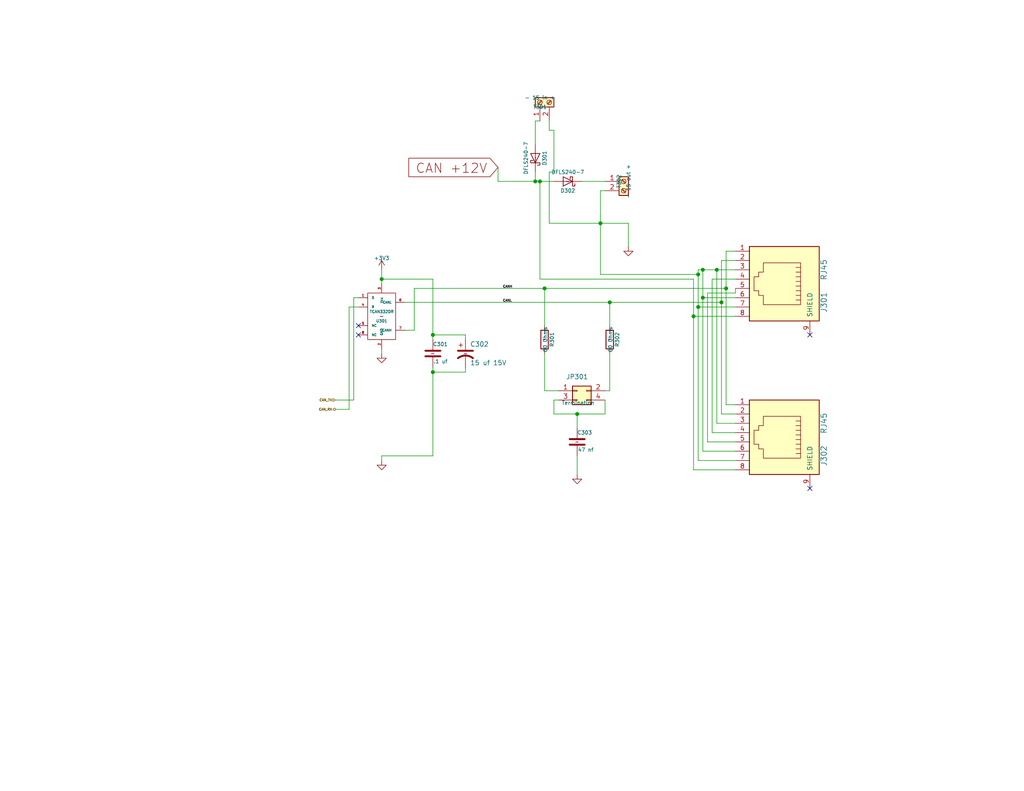
<source format=kicad_sch>
(kicad_sch (version 20211123) (generator eeschema)
  (paper "USLetter")
  (title_block (title "ESP32 S3 Multifunction Board") (rev "1.0") (company "Deepwoods Software") (comment 1 "CAN Transceiver"))
  (lib_symbols
    (symbol "ESP32-Mini32-OctalBuffer-rescue:+3V3" (power) (pin_names (offset 0))
      (property "Value" "+3V3" (at 0 3.556 0))
      (symbol "+3V3_0_1"
        (polyline (pts (xy -0.762 1.27) (xy 0 2.54)))
        (polyline (pts (xy 0 0) (xy 0 2.54)))
        (polyline (pts (xy 0 2.54) (xy 0.762 1.27)))
      )
      (symbol "+3V3_1_1"
        (pin power_in line (at 0 0 90) (length 0) hide (name "+3V3") (number "1"))
      )
    )
    (symbol "ESP32-Mini32-OctalBuffer-rescue:C" (pin_numbers hide) (pin_names (offset 0.254))
      (property "Reference" "C" (at 0.635 2.54 0))
      (property "Value" "C" (at 0.635 -2.54 0))
      (symbol "C_0_1"
        (polyline (pts (xy -2.032 -0.762) (xy 2.032 -0.762)) (stroke (width 0.508)))
        (polyline (pts (xy -2.032 0.762) (xy 2.032 0.762)) (stroke (width 0.508)))
      )
      (symbol "C_1_1"
        (pin passive line (at 0 3.81 270) (length 2.794) (name "~") (number "1"))
        (pin passive line (at 0 -3.81 90) (length 2.794) (name "~") (number "2"))
      )
    )
    (symbol "ESP32-Mini32-OctalBuffer-rescue:CP1" (pin_numbers hide) (pin_names (offset 0.254) hide)
      (property "Reference" "C" (at 0.635 2.54 0))
      (property "Value" "CP1" (at 0.635 -2.54 0))
      (symbol "CP1_0_1"
        (polyline (pts (xy -2.032 0.762) (xy 2.032 0.762)) (stroke (width 0.508)))
        (polyline (pts (xy -1.778 2.286) (xy -0.762 2.286)))
        (polyline (pts (xy -1.27 1.778) (xy -1.27 2.794)))
        (arc (start 2.032 -1.27) (mid 0 -0.5572) (end -2.032 -1.27) (stroke (width 0.508)))
      )
      (symbol "CP1_1_1"
        (pin passive line (at 0 3.81 270) (length 2.794) (name "~") (number "1"))
        (pin passive line (at 0 -3.81 90) (length 3.302) (name "~") (number "2"))
      )
    )
    (symbol "ESP32-Mini32-OctalBuffer-rescue:Conn_02x02_Odd_Even" (pin_names (offset 1.016) hide)
      (property "Reference" "J" (at 1.27 2.54 0))
      (property "Value" "Conn_02x02_Odd_Even" (at 1.27 -5.08 0))
      (symbol "Conn_02x02_Odd_Even_1_1"
        (rectangle (start -1.27 -2.413) (end 0 -2.667) (stroke (width 0.1524)))
        (rectangle (start -1.27 0.127) (end 0 -0.127) (stroke (width 0.1524)))
        (rectangle (start -1.27 1.27) (end 3.81 -3.81) (stroke (width 0.254)) (fill (type background)))
        (rectangle (start 3.81 -2.413) (end 2.54 -2.667) (stroke (width 0.1524)))
        (rectangle (start 3.81 0.127) (end 2.54 -0.127) (stroke (width 0.1524)))
        (pin passive line (at -5.08 0 0) (length 3.81) (name "Pin_1") (number "1"))
        (pin passive line (at 7.62 0 180) (length 3.81) (name "Pin_2") (number "2"))
        (pin passive line (at -5.08 -2.54 0) (length 3.81) (name "Pin_3") (number "3"))
        (pin passive line (at 7.62 -2.54 180) (length 3.81) (name "Pin_4") (number "4"))
      )
    )
    (symbol "ESP32-Mini32-OctalBuffer-rescue:D_Schottky" (pin_numbers hide) (pin_names (offset 1.016) hide)
      (property "Reference" "D" (at 0 2.54 0))
      (property "Value" "D_Schottky" (at 0 -2.54 0))
      (symbol "D_Schottky_0_1"
        (polyline (pts (xy 1.27 0) (xy -1.27 0)))
        (polyline (pts (xy 1.27 1.27) (xy 1.27 -1.27) (xy -1.27 0) (xy 1.27 1.27)) (stroke (width 0.2032)))
        (polyline (pts (xy -1.905 0.635) (xy -1.905 1.27) (xy -1.27 1.27) (xy -1.27 -1.27) (xy -0.635 -1.27) (xy -0.635 -0.635)) (stroke (width 0.2032)))
      )
      (symbol "D_Schottky_1_1"
        (pin passive line (at -3.81 0 0) (length 2.54) (name "K") (number "1"))
        (pin passive line (at 3.81 0 180) (length 2.54) (name "A") (number "2"))
      )
    )
    (symbol "ESP32-Mini32-OctalBuffer-rescue:GND" (power) (pin_names (offset 0))
      (property "Value" "GND" (at 0 -3.81 0))
      (symbol "GND_0_1"
        (polyline (pts (xy 0 0) (xy 0 -1.27) (xy 1.27 -1.27) (xy 0 -2.54) (xy -1.27 -1.27) (xy 0 -1.27)))
      )
      (symbol "GND_1_1"
        (pin power_in line (at 0 0 270) (length 0) hide (name "GND") (number "1"))
      )
    )
    (symbol "ESP32-Mini32-OctalBuffer-rescue:R" (pin_numbers hide) (pin_names (offset 0))
      (property "Reference" "R" (at 2.032 0 90))
      (property "Value" "R" (at 0 0 90))
      (symbol "R_0_1"
        (rectangle (start -1.016 -2.54) (end 1.016 2.54) (stroke (width 0.254)))
      )
      (symbol "R_1_1"
        (pin passive line (at 0 3.81 270) (length 1.27) (name "~") (number "1"))
        (pin passive line (at 0 -3.81 90) (length 1.27) (name "~") (number "2"))
      )
    )
    (symbol "ESP32-Mini32-OctalBuffer-rescue:RJ45" (pin_names (offset 1.016))
      (property "Reference" "J" (at 5.08 12.7 0))
      (property "Value" "RJ45" (at -3.81 12.7 0))
      (symbol "RJ45_0_1"
        (rectangle (start -10.16 -7.62) (end 10.16 11.43) (stroke (width 0.254)) (fill (type background)))
        (polyline (pts (xy -4.445 5.08) (xy -4.445 6.35) (xy -4.445 6.35)))
        (polyline (pts (xy -3.175 6.35) (xy -3.175 5.08) (xy -3.175 5.08)))
        (polyline (pts (xy -1.905 6.35) (xy -1.905 5.08) (xy -1.905 5.08)))
        (polyline (pts (xy -0.635 6.35) (xy -0.635 5.08) (xy -0.635 5.08)))
        (polyline (pts (xy 0.635 6.35) (xy 0.635 5.08) (xy 0.635 5.08)))
        (polyline (pts (xy 1.905 6.35) (xy 1.905 5.08) (xy 1.905 5.08)))
        (polyline (pts (xy 3.175 5.08) (xy 3.175 6.35) (xy 3.175 6.35)))
        (polyline (pts (xy 4.445 5.08) (xy 4.445 6.35) (xy 4.445 6.35)))
        (polyline (pts (xy -5.715 6.35) (xy 5.715 6.35) (xy 5.715 -3.81) (xy 3.175 -3.81) (xy 3.175 -5.08) (xy 1.905 -5.08) (xy 1.905 -6.35) (xy -1.905 -6.35) (xy -1.905 -5.08) (xy -3.175 -5.08) (xy -3.175 -3.81) (xy -5.715 -3.81) (xy -5.715 6.35) (xy -5.715 6.35)))
      )
      (symbol "RJ45_1_1"
        (pin passive line (at -8.89 -11.43 90) (length 3.81) (name "~") (number "1"))
        (pin passive line (at -6.35 -11.43 90) (length 3.81) (name "~") (number "2"))
        (pin passive line (at -3.81 -11.43 90) (length 3.81) (name "~") (number "3"))
        (pin passive line (at -1.27 -11.43 90) (length 3.81) (name "~") (number "4"))
        (pin passive line (at 1.27 -11.43 90) (length 3.81) (name "~") (number "5"))
        (pin passive line (at 3.81 -11.43 90) (length 3.81) (name "~") (number "6"))
        (pin passive line (at 6.35 -11.43 90) (length 3.81) (name "~") (number "7"))
        (pin passive line (at 8.89 -11.43 90) (length 3.81) (name "~") (number "8"))
        (pin passive line (at 13.97 8.89 180) (length 3.81) (name "SHIELD") (number "9"))
      )
    )
    (symbol "ESP32-Mini32-OctalBuffer-rescue:Screw_Terminal_01x02" (pin_names (offset 1.016) hide)
      (property "Reference" "J" (at 0 2.54 0))
      (property "Value" "Screw_Terminal_01x02" (at 0 -5.08 0))
      (symbol "Screw_Terminal_01x02_1_1"
        (rectangle (start -1.27 1.27) (end 1.27 -3.81) (stroke (width 0.254)) (fill (type background)))
        (circle (center 0 -2.54) (radius 0.635) (stroke (width 0.1524)))
        (polyline (pts (xy -0.5334 -2.2098) (xy 0.3302 -3.048)) (stroke (width 0.1524)))
        (polyline (pts (xy -0.5334 0.3302) (xy 0.3302 -0.508)) (stroke (width 0.1524)))
        (polyline (pts (xy -0.3556 -2.032) (xy 0.508 -2.8702)) (stroke (width 0.1524)))
        (polyline (pts (xy -0.3556 0.508) (xy 0.508 -0.3302)) (stroke (width 0.1524)))
        (circle (center 0 0) (radius 0.635) (stroke (width 0.1524)))
        (pin passive line (at -5.08 0 0) (length 3.81) (name "Pin_1") (number "1"))
        (pin passive line (at -5.08 -2.54 0) (length 3.81) (name "Pin_2") (number "2"))
      )
    )
    (symbol "sn65hvd233-ht:TCAN332DR" (pin_names (offset 1.016))
      (property "Reference" "U" (at 0 -1.27 0))
      (property "Value" "TCAN332DR" (at 0 1.27 0))
      (symbol "TCAN332DR_0_1"
        (rectangle (start -3.81 6.35) (end 3.81 -6.35))
      )
      (symbol "TCAN332DR_1_1"
        (pin input line (at -6.35 5.08 0) (length 2.54) (name "D") (number "1"))
        (pin power_in line (at 0 -8.89 90) (length 2.54) (name "GND") (number "2"))
        (pin power_in line (at 0 8.89 270) (length 2.54) (name "Vcc") (number "3"))
        (pin output line (at -6.35 2.54 0) (length 2.54) (name "R") (number "4"))
        (pin input line (at -6.35 -2.54 0) (length 2.54) (name "NC") (number "5"))
        (pin bidirectional line (at 6.35 3.81 180) (length 2.54) (name "CANL") (number "6"))
        (pin bidirectional line (at 6.35 -3.81 180) (length 2.54) (name "CANH") (number "7"))
        (pin input line (at -6.35 -5.08 0) (length 2.54) (name "NC") (number "8"))
      )
    )
  )
  (junction (at 191.77 73.66))
  (junction (at 195.58 73.66))
  (junction (at 191.77 81.28))
  (junction (at 190.5 74.93))
  (junction (at 189.23 86.36))
  (junction (at 190.5 83.82))
  (junction (at 163.83 60.96))
  (junction (at 166.37 82.55))
  (junction (at 146.05 49.53))
  (junction (at 104.14 76.2))
  (junction (at 198.12 78.74))
  (junction (at 147.32 49.53))
  (junction (at 118.11 101.6))
  (junction (at 148.59 78.74))
  (junction (at 157.48 113.03))
  (junction (at 196.85 82.55))
  (junction (at 118.11 91.44))
  (no_connect (at 220.98 91.44))
  (no_connect (at 97.79 91.44))
  (no_connect (at 97.79 88.9))
  (no_connect (at 220.98 133.35))
  (wire (pts (xy 135.89 45.72) (xy 135.89 49.53)))
  (wire (pts (xy 166.37 82.55) (xy 196.85 82.55)))
  (wire (pts (xy 189.23 76.2) (xy 189.23 86.36)))
  (wire (pts (xy 149.86 46.99) (xy 149.86 60.96)))
  (wire (pts (xy 200.66 78.74) (xy 200.66 80.01)))
  (wire (pts (xy 118.11 101.6) (xy 118.11 124.46)))
  (wire (pts (xy 190.5 73.66) (xy 190.5 74.93)))
  (wire (pts (xy 118.11 91.44) (xy 118.11 92.71)))
  (wire (pts (xy 135.89 49.53) (xy 146.05 49.53)))
  (wire (pts (xy 165.1 49.53) (xy 158.75 49.53)))
  (wire (pts (xy 113.03 90.17) (xy 113.03 78.74)))
  (wire (pts (xy 148.59 106.68) (xy 152.4 106.68)))
  (wire (pts (xy 166.37 106.68) (xy 165.1 106.68)))
  (wire (pts (xy 191.77 73.66) (xy 191.77 81.28)))
  (wire (pts (xy 157.48 124.46) (xy 157.48 129.54)))
  (wire (pts (xy 166.37 82.55) (xy 166.37 88.9)))
  (wire (pts (xy 157.48 113.03) (xy 151.13 113.03)))
  (wire (pts (xy 104.14 73.66) (xy 104.14 76.2)))
  (wire (pts (xy 165.1 109.22) (xy 165.1 113.03)))
  (wire (pts (xy 198.12 68.58) (xy 198.12 78.74)))
  (wire (pts (xy 146.05 49.53) (xy 147.32 49.53)))
  (wire (pts (xy 163.83 60.96) (xy 171.45 60.96)))
  (wire (pts (xy 194.31 76.2) (xy 200.66 76.2)))
  (wire (pts (xy 189.23 86.36) (xy 200.66 86.36)))
  (wire (pts (xy 198.12 78.74) (xy 198.12 110.49)))
  (wire (pts (xy 190.5 74.93) (xy 190.5 83.82)))
  (wire (pts (xy 118.11 91.44) (xy 127 91.44)))
  (wire (pts (xy 110.49 82.55) (xy 166.37 82.55)))
  (wire (pts (xy 146.05 33.02) (xy 146.05 39.37)))
  (wire (pts (xy 147.32 33.02) (xy 146.05 33.02)))
  (wire (pts (xy 200.66 71.12) (xy 196.85 71.12)))
  (wire (pts (xy 195.58 73.66) (xy 195.58 115.57)))
  (wire (pts (xy 151.13 109.22) (xy 152.4 109.22)))
  (wire (pts (xy 163.83 60.96) (xy 163.83 74.93)))
  (wire (pts (xy 191.77 81.28) (xy 191.77 123.19)))
  (wire (pts (xy 127 91.44) (xy 127 92.71)))
  (wire (pts (xy 127 100.33) (xy 127 101.6)))
  (wire (pts (xy 163.83 74.93) (xy 190.5 74.93)))
  (wire (pts (xy 200.66 81.28) (xy 191.77 81.28)))
  (wire (pts (xy 165.1 52.07) (xy 163.83 52.07)))
  (wire (pts (xy 97.79 83.82) (xy 95.25 83.82)))
  (wire (pts (xy 148.59 78.74) (xy 148.59 88.9)))
  (wire (pts (xy 191.77 123.19) (xy 200.66 123.19)))
  (wire (pts (xy 166.37 96.52) (xy 166.37 106.68)))
  (wire (pts (xy 147.32 49.53) (xy 147.32 76.2)))
  (wire (pts (xy 190.5 125.73) (xy 200.66 125.73)))
  (wire (pts (xy 157.48 113.03) (xy 157.48 116.84)))
  (wire (pts (xy 190.5 83.82) (xy 190.5 125.73)))
  (wire (pts (xy 118.11 100.33) (xy 118.11 101.6)))
  (wire (pts (xy 147.32 76.2) (xy 189.23 76.2)))
  (wire (pts (xy 95.25 83.82) (xy 95.25 111.76)))
  (wire (pts (xy 146.05 49.53) (xy 146.05 46.99)))
  (wire (pts (xy 191.77 73.66) (xy 195.58 73.66)))
  (wire (pts (xy 196.85 71.12) (xy 196.85 82.55)))
  (wire (pts (xy 148.59 96.52) (xy 148.59 106.68)))
  (wire (pts (xy 171.45 60.96) (xy 171.45 67.31)))
  (wire (pts (xy 196.85 113.03) (xy 200.66 113.03)))
  (wire (pts (xy 151.13 113.03) (xy 151.13 109.22)))
  (wire (pts (xy 193.04 80.01) (xy 193.04 120.65)))
  (wire (pts (xy 151.13 35.56) (xy 151.13 46.99)))
  (wire (pts (xy 147.32 49.53) (xy 151.13 49.53)))
  (wire (pts (xy 118.11 124.46) (xy 104.14 124.46)))
  (wire (pts (xy 148.59 78.74) (xy 198.12 78.74)))
  (wire (pts (xy 190.5 73.66) (xy 191.77 73.66)))
  (wire (pts (xy 96.52 81.28) (xy 96.52 109.22)))
  (wire (pts (xy 97.79 81.28) (xy 96.52 81.28)))
  (wire (pts (xy 95.25 111.76) (xy 91.44 111.76)))
  (wire (pts (xy 190.5 83.82) (xy 200.66 83.82)))
  (wire (pts (xy 165.1 113.03) (xy 157.48 113.03)))
  (wire (pts (xy 127 101.6) (xy 118.11 101.6)))
  (wire (pts (xy 200.66 118.11) (xy 194.31 118.11)))
  (wire (pts (xy 118.11 76.2) (xy 118.11 91.44)))
  (wire (pts (xy 149.86 33.02) (xy 149.86 35.56)))
  (wire (pts (xy 195.58 73.66) (xy 200.66 73.66)))
  (wire (pts (xy 104.14 76.2) (xy 118.11 76.2)))
  (wire (pts (xy 96.52 109.22) (xy 91.44 109.22)))
  (wire (pts (xy 104.14 76.2) (xy 104.14 77.47)))
  (wire (pts (xy 194.31 118.11) (xy 194.31 76.2)))
  (wire (pts (xy 189.23 86.36) (xy 189.23 128.27)))
  (wire (pts (xy 104.14 124.46) (xy 104.14 125.73)))
  (wire (pts (xy 195.58 115.57) (xy 200.66 115.57)))
  (wire (pts (xy 149.86 60.96) (xy 163.83 60.96)))
  (wire (pts (xy 110.49 90.17) (xy 113.03 90.17)))
  (wire (pts (xy 151.13 46.99) (xy 149.86 46.99)))
  (wire (pts (xy 196.85 82.55) (xy 196.85 113.03)))
  (wire (pts (xy 189.23 128.27) (xy 200.66 128.27)))
  (wire (pts (xy 200.66 80.01) (xy 193.04 80.01)))
  (wire (pts (xy 198.12 110.49) (xy 200.66 110.49)))
  (wire (pts (xy 104.14 95.25) (xy 104.14 96.52)))
  (wire (pts (xy 163.83 52.07) (xy 163.83 60.96)))
  (wire (pts (xy 149.86 35.56) (xy 151.13 35.56)))
  (wire (pts (xy 113.03 78.74) (xy 148.59 78.74)))
  (wire (pts (xy 193.04 120.65) (xy 200.66 120.65)))
  (wire (pts (xy 198.12 68.58) (xy 200.66 68.58)))
  (label "CANH" (at 137.16 78.74 0) (effects (font (size 0.635 0.635))))
  (label "CANL" (at 137.16 82.55 0) (effects (font (size 0.635 0.635))))
  (global_label "CAN +12V" (shape input) (at 135.89 45.72 180) (effects (font (size 2.54 2.54))) (property "Intersheet References" "${INTERSHEET_REFS}" (effects hide)))
  (hierarchical_label "CAN_RX" (shape output) (at 91.44 111.76 180) (effects (font (size 0.635 0.635))))
  (hierarchical_label "CAN_TX" (shape input) (at 91.44 109.22 180) (effects (font (size 0.635 0.635))))
  (symbol (lib_id "sn65hvd233-ht:TCAN332DR") (at 104.14 86.36 0) (unit 1)
    (property "Reference" "U301" (at 104.14 87.63 0) (effects (font (size 0.762 0.762))))
    (property "Value" "TCAN332DR" (at 104.14 85.09 0) (effects (font (size 0.762 0.762))))
    (property "Footprint" "Housings_SOIC:SOIC-8_3.9x4.9mm_Pitch1.27mm" (effects hide))
    (property "Datasheet" "~" (at 104.14 86.36 0) (effects (font (size 1.524 1.524))))
    (property "Mouser Part Number" "595-TCAN332DR" (effects hide))
  )
  (symbol (lib_id "ESP32-Mini32-OctalBuffer-rescue:+3V3") (at 104.14 73.66 0)
    (property "Reference" "#PWR07" (effects hide))
    (property "Value" "+3V3" (at 104.14 70.485 0) (effects (font (size 1.016 1.016))))
  )
  (symbol (lib_id "ESP32-Mini32-OctalBuffer-rescue:GND") (at 104.14 96.52 0) (unit 1)
    (property "Reference" "#PWR08" (effects hide))
    (property "Value" "GND" (effects hide))
  )
  (symbol (lib_id "ESP32-Mini32-OctalBuffer-rescue:C") (at 118.11 96.52 0) (unit 1)
    (property "Reference" "C301" (at 118.11 93.98 0) (effects (font (size 1.016 1.016)) (justify left)))
    (property "Value" ".1 uf" (at 118.2624 98.679 0) (effects (font (size 1.016 1.016)) (justify left)))
    (property "Footprint" "Capacitors_SMD:C_0603" (effects hide))
    (property "Datasheet" "~" (at 118.11 96.52 0) (effects (font (size 1.524 1.524))))
    (property "Mouser Part Number" "710-885012206095" (effects hide))
  )
  (symbol (lib_id "ESP32-Mini32-OctalBuffer-rescue:CP1") (at 127 96.52 0) (unit 1)
    (property "Reference" "C302" (at 128.27 93.98 0) (effects (justify left)))
    (property "Value" "15 uf 15V" (at 128.27 99.06 0) (effects (justify left)))
    (property "Footprint" "Capacitors_SMD:CP_Elec_4x5.7" (effects hide))
    (property "Datasheet" "~" (at 127 96.52 0) (effects (font (size 1.524 1.524))))
    (property "Mouser Part Number" "647-UUD1C150MCL" (effects hide))
  )
  (symbol (lib_id "ESP32-Mini32-OctalBuffer-rescue:R") (at 148.59 92.71 0) (unit 1)
    (property "Reference" "R301" (at 150.622 92.71 90) (effects (font (size 1.016 1.016))))
    (property "Value" "60 Ohms" (at 148.7678 92.6846 90) (effects (font (size 1.016 1.016))))
    (property "Footprint" "Resistors_SMD:R_1206" (effects hide))
    (property "Datasheet" "~" (at 148.59 92.71 0) (effects (font (size 0.762 0.762))))
    (property "Mouser Part Number" "71-CRCW120660R0KNAIF" (effects hide))
  )
  (symbol (lib_id "ESP32-Mini32-OctalBuffer-rescue:R") (at 166.37 92.71 0) (unit 1)
    (property "Reference" "R302" (at 168.402 92.71 90) (effects (font (size 1.016 1.016))))
    (property "Value" "60 Ohms" (at 166.5478 92.6846 90) (effects (font (size 1.016 1.016))))
    (property "Footprint" "Resistors_SMD:R_1206" (effects hide))
    (property "Datasheet" "~" (at 166.37 92.71 0) (effects (font (size 0.762 0.762))))
    (property "Mouser Part Number" "71-CRCW120660R0KNAIF" (effects hide))
  )
  (symbol (lib_id "ESP32-Mini32-OctalBuffer-rescue:Conn_02x02_Odd_Even") (at 157.48 106.68 0) (unit 1)
    (property "Reference" "JP301" (at 157.48 102.87 0))
    (property "Value" "Termination" (at 157.734 109.982 0) (effects (font (size 1.016 1.016))))
    (property "Footprint" "Pin_Headers:Pin_Header_Straight_2x02_Pitch2.54mm" (effects hide))
    (property "Mouser Part Number" "649-67997-404HLF" (effects hide))
  )
  (symbol (lib_id "ESP32-Mini32-OctalBuffer-rescue:C") (at 157.48 120.65 0) (unit 1)
    (property "Reference" "C303" (at 157.48 118.11 0) (effects (font (size 1.016 1.016)) (justify left)))
    (property "Value" "47 nf" (at 157.6324 122.809 0) (effects (font (size 1.016 1.016)) (justify left)))
    (property "Footprint" "Capacitors_SMD:C_0603" (effects hide))
    (property "Datasheet" "~" (at 157.48 120.65 0) (effects (font (size 1.524 1.524))))
    (property "Mouser Part Number" "710-885012206093" (effects hide))
  )
  (symbol (lib_id "ESP32-Mini32-OctalBuffer-rescue:GND") (at 157.48 129.54 0) (unit 1)
    (property "Reference" "#PWR09" (effects hide))
    (property "Value" "GND" (effects hide))
  )
  (symbol (lib_id "ESP32-Mini32-OctalBuffer-rescue:RJ45") (at 212.09 119.38 270) (unit 1)
    (property "Reference" "J302" (at 224.79 124.46 0) (effects (font (size 1.524 1.524))))
    (property "Value" "RJ45" (at 224.79 115.57 0) (effects (font (size 1.524 1.524))))
    (property "Footprint" "RJ45-8N-S:RJ45_8N-S" (effects hide))
    (property "Mouser Part Number" "710-615008144221" (effects hide))
  )
  (symbol (lib_id "ESP32-Mini32-OctalBuffer-rescue:RJ45") (at 212.09 77.47 270) (unit 1)
    (property "Reference" "J301" (at 224.79 82.55 0) (effects (font (size 1.524 1.524))))
    (property "Value" "RJ45" (at 224.79 73.66 0) (effects (font (size 1.524 1.524))))
    (property "Footprint" "RJ45-8N-S:RJ45_8N-S" (effects hide))
    (property "Mouser Part Number" "710-615008144221" (effects hide))
  )
  (symbol (lib_id "ESP32-Mini32-OctalBuffer-rescue:Screw_Terminal_01x02") (at 170.18 49.53 0) (unit 1)
    (property "Reference" "T302" (at 168.91 49.53 90) (effects (font (size 1.016 1.016))))
    (property "Value" "- 15 out +" (at 171.45 49.53 90) (effects (font (size 1.016 1.016))))
    (property "Footprint" "Connectors_Terminal_Blocks:TerminalBlock_Pheonix_MPT-2.54mm_2pol" (effects hide))
    (property "Mouser Part Number" "651-1725656" (effects hide))
  )
  (symbol (lib_id "ESP32-Mini32-OctalBuffer-rescue:D_Schottky") (at 154.94 49.53 180) (unit 1)
    (property "Reference" "D302" (at 154.94 52.07 0) (effects (font (size 1.016 1.016))))
    (property "Value" "DFLS240-7" (at 154.94 46.99 0) (effects (font (size 1.016 1.016))))
    (property "Footprint" "Diodes_SMD:D_PowerDI-123" (effects hide))
    (property "Datasheet" "~" (at 154.94 49.53 0) (effects (font (size 1.524 1.524))))
    (property "Mouser Part Number" "621-DFLS240-7" (effects hide))
  )
  (symbol (lib_id "ESP32-Mini32-OctalBuffer-rescue:GND") (at 171.45 67.31 0) (unit 1)
    (property "Reference" "#PWR010" (effects hide))
    (property "Value" "GND" (effects hide))
  )
  (symbol (lib_id "ESP32-Mini32-OctalBuffer-rescue:Screw_Terminal_01x02") (at 147.32 27.94 90) (unit 1)
    (property "Reference" "T301" (at 147.32 29.21 90) (effects (font (size 1.016 1.016))))
    (property "Value" "- 15 in +" (at 147.32 26.67 90) (effects (font (size 1.016 1.016))))
    (property "Footprint" "Connectors_Terminal_Blocks:TerminalBlock_Pheonix_MPT-2.54mm_2pol" (effects hide))
    (property "Mouser Part Number" "651-1725656" (effects hide))
  )
  (symbol (lib_id "ESP32-Mini32-OctalBuffer-rescue:D_Schottky") (at 146.05 43.18 270) (mirror x) (unit 1)
    (property "Reference" "D301" (at 148.59 43.18 0) (effects (font (size 1.016 1.016))))
    (property "Value" "DFLS240-7" (at 143.51 43.18 0) (effects (font (size 1.016 1.016))))
    (property "Footprint" "Diodes_SMD:D_PowerDI-123" (effects hide))
    (property "Datasheet" "~" (at 146.05 43.18 0) (effects (font (size 1.524 1.524))))
    (property "Mouser Part Number" "621-DFLS240-7" (effects hide))
  )
  (symbol (lib_id "ESP32-Mini32-OctalBuffer-rescue:GND") (at 104.14 125.73 0) (unit 1)
    (property "Reference" "#PWR011" (effects hide))
    (property "Value" "GND" (effects hide))
  )
)
</source>
